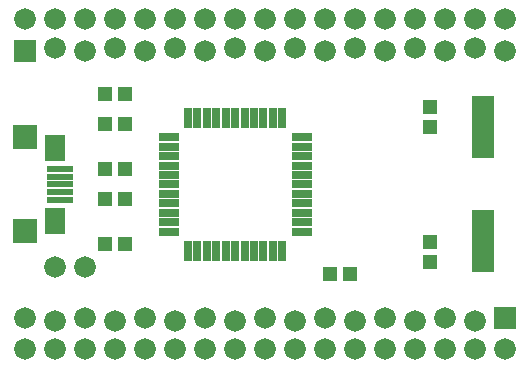
<source format=gts>
G75*
G70*
%OFA0B0*%
%FSLAX24Y24*%
%IPPOS*%
%LPD*%
%AMOC8*
5,1,8,0,0,1.08239X$1,22.5*
%
%ADD10R,0.0474X0.0513*%
%ADD11R,0.0513X0.0474*%
%ADD12R,0.0780X0.2080*%
%ADD13R,0.0867X0.0218*%
%ADD14R,0.0828X0.0789*%
%ADD15R,0.0710X0.0907*%
%ADD16R,0.0660X0.0280*%
%ADD17R,0.0280X0.0660*%
%ADD18R,0.0720X0.0720*%
%ADD19C,0.0720*%
D10*
X004234Y006286D03*
X004903Y006286D03*
X004903Y007286D03*
X004234Y007286D03*
X015068Y008701D03*
X015068Y009371D03*
X015068Y004871D03*
X015068Y004201D03*
D11*
X012403Y003786D03*
X011734Y003786D03*
X004903Y004786D03*
X004234Y004786D03*
X004234Y008786D03*
X004903Y008786D03*
X004903Y009786D03*
X004234Y009786D03*
D12*
X016818Y008686D03*
X016818Y004886D03*
D13*
X002722Y006280D03*
X002722Y006536D03*
X002722Y006792D03*
X002722Y007048D03*
X002722Y007304D03*
D14*
X001560Y008367D03*
X001560Y005217D03*
D15*
X002564Y005572D03*
X002564Y008013D03*
D16*
X006358Y008046D03*
X006358Y008356D03*
X006358Y007726D03*
X006358Y007416D03*
X006358Y007096D03*
X006358Y006786D03*
X006358Y006476D03*
X006358Y006156D03*
X006358Y005846D03*
X006358Y005526D03*
X006358Y005216D03*
X010778Y005216D03*
X010778Y005526D03*
X010778Y005846D03*
X010778Y006156D03*
X010778Y006476D03*
X010778Y006786D03*
X010778Y007096D03*
X010778Y007416D03*
X010778Y007726D03*
X010778Y008046D03*
X010778Y008356D03*
D17*
X010138Y008996D03*
X009828Y008996D03*
X009508Y008996D03*
X009198Y008996D03*
X008878Y008996D03*
X008568Y008996D03*
X008258Y008996D03*
X007938Y008996D03*
X007628Y008996D03*
X007308Y008996D03*
X006998Y008996D03*
X006998Y004576D03*
X007308Y004576D03*
X007628Y004576D03*
X007938Y004576D03*
X008258Y004576D03*
X008568Y004576D03*
X008878Y004576D03*
X009198Y004576D03*
X009508Y004576D03*
X009828Y004576D03*
X010138Y004576D03*
D18*
X017568Y002336D03*
X001568Y011236D03*
D19*
X001568Y001286D03*
X002568Y001286D03*
X003568Y001286D03*
X004568Y001286D03*
X005568Y001286D03*
X006568Y001286D03*
X007568Y001286D03*
X008568Y001286D03*
X009568Y001286D03*
X010568Y001286D03*
X011568Y001286D03*
X012568Y001286D03*
X013568Y001286D03*
X014568Y001286D03*
X015568Y001286D03*
X016568Y001286D03*
X017568Y001286D03*
X016568Y002236D03*
X015568Y002336D03*
X014568Y002236D03*
X013568Y002336D03*
X012568Y002236D03*
X011568Y002336D03*
X010568Y002236D03*
X009568Y002336D03*
X008568Y002236D03*
X007568Y002336D03*
X006568Y002236D03*
X005568Y002336D03*
X004568Y002236D03*
X003568Y002336D03*
X002568Y002236D03*
X001568Y002336D03*
X002568Y004036D03*
X003568Y004036D03*
X003568Y011236D03*
X004568Y011336D03*
X005568Y011236D03*
X006568Y011336D03*
X007568Y011236D03*
X008568Y011336D03*
X009568Y011236D03*
X010568Y011336D03*
X011568Y011236D03*
X012568Y011336D03*
X013568Y011236D03*
X014568Y011336D03*
X015568Y011236D03*
X016568Y011336D03*
X017568Y011236D03*
X017568Y012286D03*
X016568Y012286D03*
X015568Y012286D03*
X014568Y012286D03*
X013568Y012286D03*
X012568Y012286D03*
X011568Y012286D03*
X010568Y012286D03*
X009568Y012286D03*
X008568Y012286D03*
X007568Y012286D03*
X006568Y012286D03*
X005568Y012286D03*
X004568Y012286D03*
X003568Y012286D03*
X002568Y012286D03*
X001568Y012286D03*
X002568Y011336D03*
M02*

</source>
